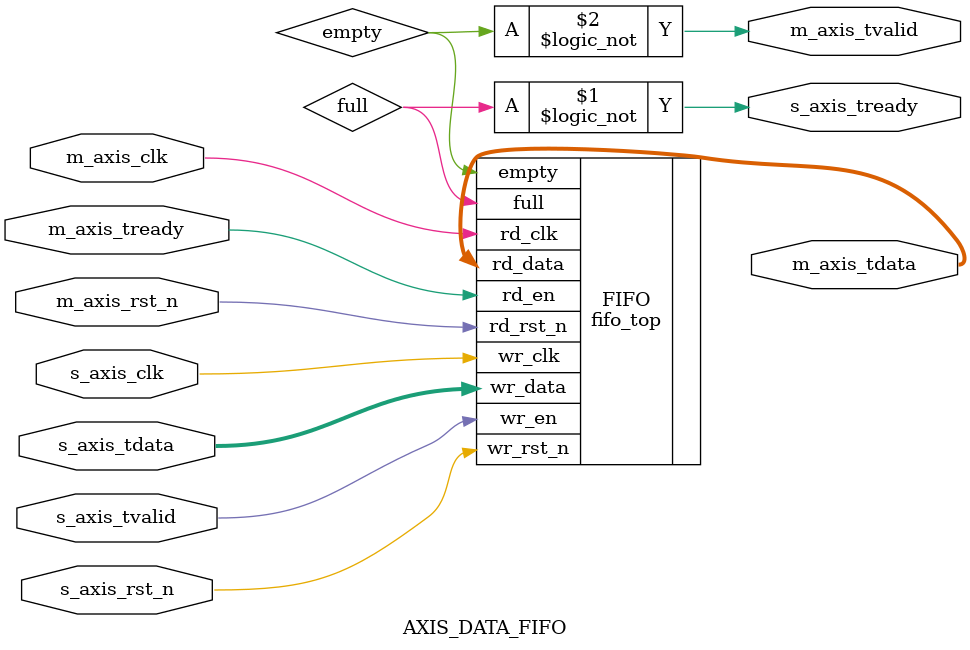
<source format=sv>
module AXIS_DATA_FIFO #(
    parameter FIFO_DEPTH = 16 ,
    parameter FIFO_WIDTH = 32
) (
    /* MASTER AXIS INTERFACE */
        input logic m_axis_rst_n ,
        input logic m_axis_clk ,
        input logic m_axis_tready ,
        output logic m_axis_tvalid ,
        output logic [FIFO_WIDTH-1:0]m_axis_tdata ,
    /* SLAVE AXIS INTERFACE */
        input logic s_axis_rst_n ,
        input logic s_axis_clk ,
        output logic s_axis_tready ,
        input logic s_axis_tvalid ,
        input logic [FIFO_WIDTH-1:0]s_axis_tdata 
);

    wire full  ;
    wire empty ;

    fifo_top #(
        .FIFO_DEPTH(FIFO_DEPTH),
        .FIFO_WIDTH(FIFO_WIDTH)
    ) FIFO (
        .wr_clk         (s_axis_clk     ),
        .wr_rst_n       (s_axis_rst_n   ),
        .wr_en          (s_axis_tvalid  ),
        .wr_data        (s_axis_tdata   ),
        .full           (full           ),

        .rd_rst_n       (m_axis_rst_n   ),
        .rd_clk         (m_axis_clk     ),
        .empty          (empty          ),
        .rd_en          (m_axis_tready  ),
        .rd_data        (m_axis_tdata   )
    );

    assign s_axis_tready = !full ;
    assign m_axis_tvalid = !empty ;

endmodule
</source>
